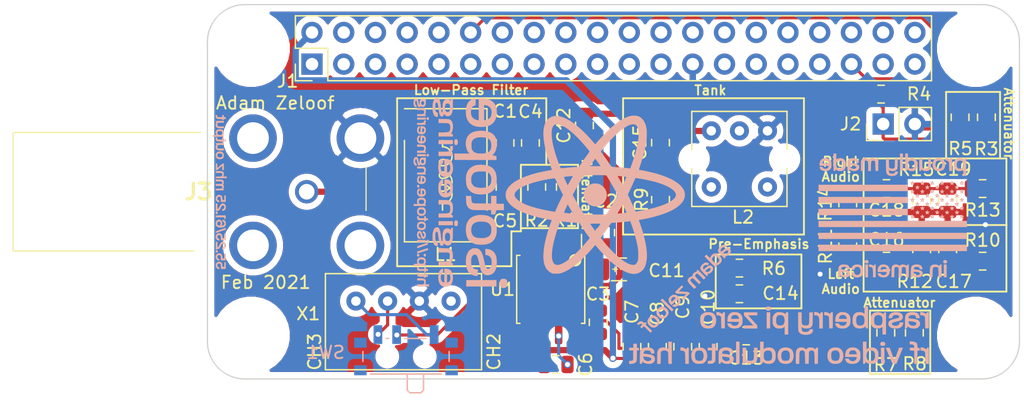
<source format=kicad_pcb>
(kicad_pcb (version 20171130) (host pcbnew "(5.1.9)-1")
  (layers (0 F.Cu signal) (31 B.Cu signal) (34 B.Paste user) (35 F.Paste user) (36 B.SilkS user) (37 F.SilkS user) (38 B.Mask user) (39 F.Mask user) (44 Edge.Cuts user))
  (net 0 "")
  (net 1 RF_OUT)
  (net 2 "Net-(C1-Pad1)")
  (net 3 "Net-(C2-Pad2)")
  (net 4 "Net-(C2-Pad1)")
  (net 5 "Net-(C3-Pad2)")
  (net 6 "Net-(C3-Pad1)")
  (net 7 GND)
  (net 8 VCC)
  (net 9 "Net-(C12-Pad2)")
  (net 10 "Net-(C12-Pad1)")
  (net 11 "Net-(C13-Pad2)")
  (net 12 "Net-(C13-Pad1)")
  (net 13 "Net-(C14-Pad2)")
  (net 14 AUDIO_IN)
  (net 15 VIDEO_IN)
  (net 16 AUDIO_L)
  (net 17 AUDIO_R)
  (net 18 "Net-(J1-Pad40)")
  (net 19 "Net-(J1-Pad38)")
  (net 20 "Net-(J1-Pad37)")
  (net 21 "Net-(J1-Pad36)")
  (net 22 "Net-(J1-Pad34)")
  (net 23 "Net-(J1-Pad33)")
  (net 24 "Net-(J1-Pad32)")
  (net 25 "Net-(J1-Pad31)")
  (net 26 "Net-(J1-Pad30)")
  (net 27 "Net-(J1-Pad29)")
  (net 28 "Net-(J1-Pad28)")
  (net 29 "Net-(J1-Pad27)")
  (net 30 "Net-(J1-Pad26)")
  (net 31 "Net-(J1-Pad24)")
  (net 32 "Net-(J1-Pad23)")
  (net 33 "Net-(J1-Pad22)")
  (net 34 "Net-(J1-Pad21)")
  (net 35 "Net-(J1-Pad20)")
  (net 36 "Net-(J1-Pad19)")
  (net 37 "Net-(J1-Pad18)")
  (net 38 "Net-(J1-Pad17)")
  (net 39 "Net-(J1-Pad16)")
  (net 40 "Net-(J1-Pad15)")
  (net 41 "Net-(J1-Pad14)")
  (net 42 "Net-(J1-Pad13)")
  (net 43 "Net-(J1-Pad11)")
  (net 44 "Net-(J1-Pad10)")
  (net 45 "Net-(J1-Pad9)")
  (net 46 "Net-(J1-Pad8)")
  (net 47 "Net-(J1-Pad7)")
  (net 48 "Net-(J1-Pad6)")
  (net 49 "Net-(J1-Pad5)")
  (net 50 "Net-(J1-Pad4)")
  (net 51 "Net-(J1-Pad3)")
  (net 52 "Net-(J1-Pad39)")
  (net 53 "Net-(C6-Pad2)")
  (net 54 "Net-(C11-Pad1)")
  (net 55 "Net-(C11-Pad2)")
  (net 56 "Net-(C16-Pad2)")
  (net 57 "Net-(C16-Pad1)")
  (net 58 "Net-(C18-Pad1)")
  (net 59 "Net-(C18-Pad2)")
  (net 60 VDD)
  (net 61 "Net-(SW1-Pad3)")
  (net 62 "Net-(SW1-Pad1)")
  (module rf_modulator:modulator_art (layer F.Cu) (at 44.1452 39.9542)
    (fp_text reference G*** hide)
    (fp_text value LOGO hide)
  )
  (module KiCad_More:733300030 (layer F.Cu) (at 20.447 39.497 180)
    (fp_text reference J3 (at 8.648 0) (layer F.SilkS) (effects (font (size 1.27 1.27) (thickness 0.254))))
    (fp_text value "RF OUT" hide)
    (pad 1 thru_hole circle (at 0 0 180) (size 1.875 1.875) (drill 1.25) (layers *.Cu *.Mask) (net 1 RF_OUT))
    (pad 2 thru_hole circle (at -4.3 4.3 180) (size 3.81 3.81) (drill 2.54) (layers *.Cu *.Mask) (net 7 GND))
    (pad 3 thru_hole circle (at 4.3 4.3 180) (size 3.81 3.81) (drill 2.54) (layers *.Cu *.Mask))
    (pad 4 thru_hole circle (at -4.3 -4.3 180) (size 3.81 3.81) (drill 2.54) (layers *.Cu *.Mask))
    (pad 5 thru_hole circle (at 4.3 -4.3 180) (size 3.81 3.81) (drill 2.54) (layers *.Cu *.Mask))
  )
  (module "rf_modulator:Coilcraft Slot 7 Inductor" (layer F.Cu) (at 52.832 39.116)
    (fp_text reference L2 (at 2.54 2.413) (layer F.SilkS))
    (fp_text value LTRIM)
    (pad "" np_thru_hole circle (at 5.87 -2.248 90) (size 1.5 1.5) (drill 1.5) (layers *.Cu *.Mask))
    (pad "" np_thru_hole circle (at -1.37 -2.248 90) (size 1.5 1.5) (drill 1.5) (layers *.Cu *.Mask))
    (pad 2 thru_hole circle (at 4.5 -4.5) (size 1.524 1.524) (drill 0.762) (layers *.Cu *.Mask) (net 7 GND))
    (pad 3 thru_hole circle (at 2.252 -4.5) (size 1.524 1.524) (drill 0.762) (layers *.Cu *.Mask))
    (pad 1 thru_hole circle (at 0 -4.5) (size 1.524 1.524) (drill 0.762) (layers *.Cu *.Mask) (net 9 "Net-(C12-Pad2)"))
    (pad 4 thru_hole circle (at 4.5 0) (size 1.524 1.524) (drill 0.762) (layers *.Cu *.Mask))
    (pad 6 thru_hole circle (at 0 0 90) (size 1.524 1.524) (drill 0.762) (layers *.Cu *.Mask))
  )
  (module Capacitor_SMD:C_0805_2012Metric (layer F.Cu) (at 43.78198 49.9618 270)
    (fp_text reference C3 (at -2.2606 0.01778 180) (layer F.SilkS))
    (fp_text value 1n)
    (pad 2 smd roundrect (at 0.9375 0 270) (size 0.975 1.4) (layers F.Cu F.Paste F.Mask) (net 5 "Net-(C3-Pad2)"))
    (pad 1 smd roundrect (at -0.9375 0 270) (size 0.975 1.4) (layers F.Cu F.Paste F.Mask) (net 6 "Net-(C3-Pad1)"))
  )
  (module rf_modulator:F88SM (layer F.Cu) (at 24.384 48.26)
    (fp_text reference X1 (at -3.81 1.016) (layer F.SilkS))
    (fp_text value F88SM)
    (pad 4 thru_hole circle (at 7.62 0) (size 1.524 1.524) (drill 0.762) (layers *.Cu *.Mask))
    (pad 3 thru_hole circle (at 5.08 0) (size 1.524 1.524) (drill 0.762) (layers *.Cu *.Mask) (net 7 GND))
    (pad 2 thru_hole circle (at 2.54 0) (size 1.524 1.524) (drill 0.762) (layers *.Cu *.Mask) (net 61 "Net-(SW1-Pad3)"))
    (pad 1 thru_hole circle (at 0 0) (size 1.524 1.524) (drill 0.762) (layers *.Cu *.Mask) (net 62 "Net-(SW1-Pad1)"))
  )
  (module Button_Switch_SMD:SW_SPDT_PCM12 (layer B.Cu) (at 28.3972 52.3748 180)
    (fp_text reference SW1 (at 6.4262 0) (layer B.SilkS) (effects (justify mirror)))
    (fp_text value SW_SPDT)
    (pad "" smd rect (at -3.65 0.78 180) (size 1 0.8) (layers B.Cu B.Paste B.Mask))
    (pad "" smd rect (at 3.65 0.78 180) (size 1 0.8) (layers B.Cu B.Paste B.Mask))
    (pad "" smd rect (at 3.65 -1.43 180) (size 1 0.8) (layers B.Cu B.Paste B.Mask))
    (pad "" smd rect (at -3.65 -1.43 180) (size 1 0.8) (layers B.Cu B.Paste B.Mask))
    (pad 3 smd rect (at 2.25 1.43 180) (size 0.7 1.5) (layers B.Cu B.Paste B.Mask) (net 61 "Net-(SW1-Pad3)"))
    (pad 2 smd rect (at 0.75 1.43 180) (size 0.7 1.5) (layers B.Cu B.Paste B.Mask) (net 6 "Net-(C3-Pad1)"))
    (pad 1 smd rect (at -2.25 1.43 180) (size 0.7 1.5) (layers B.Cu B.Paste B.Mask) (net 62 "Net-(SW1-Pad1)"))
    (pad "" np_thru_hole circle (at 1.5 -0.33 180) (size 0.9 0.9) (drill 0.9) (layers *.Cu *.Mask))
    (pad "" np_thru_hole circle (at -1.5 -0.33 180) (size 0.9 0.9) (drill 0.9) (layers *.Cu *.Mask))
  )
  (module Resistor_SMD:R_0805_2012Metric (layer F.Cu) (at 48.768 40.132 270)
    (fp_text reference R9 (at 0 1.524 90) (layer F.SilkS))
    (fp_text value R_US)
    (pad 2 smd roundrect (at 0.9375 0 270) (size 0.975 1.4) (layers F.Cu F.Paste F.Mask) (net 7 GND))
    (pad 1 smd roundrect (at -0.9375 0 270) (size 0.975 1.4) (layers F.Cu F.Paste F.Mask) (net 9 "Net-(C12-Pad2)"))
  )
  (module Capacitor_SMD:C_0805_2012Metric (layer F.Cu) (at 48.768 35.56 90)
    (fp_text reference C15 (at 0 -1.65 90) (layer F.SilkS))
    (fp_text value 68p)
    (pad 2 smd roundrect (at 0.9375 0 90) (size 0.975 1.4) (layers F.Cu F.Paste F.Mask) (net 9 "Net-(C12-Pad2)"))
    (pad 1 smd roundrect (at -0.9375 0 90) (size 0.975 1.4) (layers F.Cu F.Paste F.Mask) (net 7 GND))
  )
  (module Capacitor_SMD:C_0805_2012Metric (layer F.Cu) (at 42.67962 34.18586 90)
    (fp_text reference C12 (at 0 -1.65 90) (layer F.SilkS))
    (fp_text value 1n)
    (pad 2 smd roundrect (at 0.9375 0 90) (size 0.975 1.4) (layers F.Cu F.Paste F.Mask) (net 9 "Net-(C12-Pad2)"))
    (pad 1 smd roundrect (at -0.9375 0 90) (size 0.975 1.4) (layers F.Cu F.Paste F.Mask) (net 10 "Net-(C12-Pad1)"))
  )
  (module Package_SO:SOIC-8_5.23x5.23mm_P1.27mm (layer F.Cu) (at 39.9796 47.3202 270)
    (fp_text reference U1 (at 0 3.8608 180) (layer F.SilkS))
    (fp_text value NJM2519A)
    (pad 8 smd roundrect (at 3.6 -1.905 270) (size 1.6 0.6) (layers F.Cu F.Paste F.Mask) (net 5 "Net-(C3-Pad2)"))
    (pad 7 smd roundrect (at 3.6 -0.635 270) (size 1.6 0.6) (layers F.Cu F.Paste F.Mask) (net 53 "Net-(C6-Pad2)"))
    (pad 6 smd roundrect (at 3.6 0.635 270) (size 1.6 0.6) (layers F.Cu F.Paste F.Mask) (net 8 VCC))
    (pad 5 smd roundrect (at 3.6 1.905 270) (size 1.6 0.6) (layers F.Cu F.Paste F.Mask) (net 11 "Net-(C13-Pad2)"))
    (pad 4 smd roundrect (at -3.6 1.905 270) (size 1.6 0.6) (layers F.Cu F.Paste F.Mask) (net 10 "Net-(C12-Pad1)"))
    (pad 3 smd roundrect (at -3.6 0.635 270) (size 1.6 0.6) (layers F.Cu F.Paste F.Mask) (net 54 "Net-(C11-Pad1)"))
    (pad 2 smd roundrect (at -3.6 -0.635 270) (size 1.6 0.6) (layers F.Cu F.Paste F.Mask) (net 7 GND))
    (pad 1 smd roundrect (at -3.6 -1.905 270) (size 1.6 0.6) (layers F.Cu F.Paste F.Mask) (net 4 "Net-(C2-Pad1)"))
  )
  (module Resistor_SMD:R_0805_2012Metric (layer F.Cu) (at 69.6722 40.1828 270)
    (fp_text reference R15 (at -2.4638 0.4318 180) (layer F.SilkS))
    (fp_text value 150)
    (pad 1 smd roundrect (at -0.9375 0 270) (size 0.975 1.4) (layers F.Cu F.Paste F.Mask) (net 59 "Net-(C18-Pad2)"))
    (pad 2 smd roundrect (at 0.9375 0 270) (size 0.975 1.4) (layers F.Cu F.Paste F.Mask) (net 7 GND))
  )
  (module Resistor_SMD:R_0805_2012Metric (layer F.Cu) (at 74.549 39.243)
    (fp_text reference R13 (at 0 1.7272) (layer F.SilkS))
    (fp_text value 270)
    (pad 1 smd roundrect (at -0.9375 0) (size 0.975 1.4) (layers F.Cu F.Paste F.Mask) (net 59 "Net-(C18-Pad2)"))
    (pad 2 smd roundrect (at 0.9375 0) (size 0.975 1.4) (layers F.Cu F.Paste F.Mask) (net 16 AUDIO_L))
  )
  (module Capacitor_SMD:C_0805_2012Metric (layer F.Cu) (at 71.755 40.1828 270)
    (fp_text reference C19 (at -2.4892 -0.4572) (layer F.SilkS))
    (fp_text value 33n)
    (pad 1 smd roundrect (at -0.9375 0 270) (size 0.975 1.4) (layers F.Cu F.Paste F.Mask) (net 59 "Net-(C18-Pad2)"))
    (pad 2 smd roundrect (at 0.9375 0 270) (size 0.975 1.4) (layers F.Cu F.Paste F.Mask) (net 7 GND))
  )
  (module Capacitor_SMD:C_0805_2012Metric (layer F.Cu) (at 66.8528 39.243)
    (fp_text reference C18 (at 0 1.7272) (layer F.SilkS))
    (fp_text value 10u)
    (pad 1 smd roundrect (at -0.9375 0) (size 0.975 1.4) (layers F.Cu F.Paste F.Mask) (net 58 "Net-(C18-Pad1)"))
    (pad 2 smd roundrect (at 0.9375 0) (size 0.975 1.4) (layers F.Cu F.Paste F.Mask) (net 59 "Net-(C18-Pad2)"))
  )
  (module Resistor_SMD:R_0805_2012Metric (layer F.Cu) (at 72.7456 33.528 270)
    (fp_text reference R5 (at 2.5146 -0.0254 180) (layer F.SilkS))
    (fp_text value 470)
    (pad 2 smd roundrect (at 0.9375 0 270) (size 0.975 1.4) (layers F.Cu F.Paste F.Mask) (net 7 GND))
    (pad 1 smd roundrect (at -0.9375 0 270) (size 0.975 1.4) (layers F.Cu F.Paste F.Mask) (net 55 "Net-(C11-Pad2)"))
  )
  (module Capacitor_SMD:C_0805_2012Metric (layer F.Cu) (at 36.322 35.5854 90)
    (fp_text reference C1 (at 2.54 0 180) (layer F.SilkS))
    (fp_text value 6p)
    (pad 2 smd roundrect (at 0.9375 0 90) (size 0.975 1.4) (layers F.Cu F.Paste F.Mask) (net 1 RF_OUT))
    (pad 1 smd roundrect (at -0.9375 0 90) (size 0.975 1.4) (layers F.Cu F.Paste F.Mask) (net 2 "Net-(C1-Pad1)"))
  )
  (module Resistor_SMD:R_0805_2012Metric (layer F.Cu) (at 63.754 40.4368 90)
    (fp_text reference R14 (at 0 -1.8034 90) (layer F.SilkS))
    (fp_text value 10k)
    (pad 2 smd roundrect (at 0.9375 0 90) (size 0.975 1.4) (layers F.Cu F.Paste F.Mask) (net 58 "Net-(C18-Pad1)"))
    (pad 1 smd roundrect (at -0.9375 0 90) (size 0.975 1.4) (layers F.Cu F.Paste F.Mask) (net 14 AUDIO_IN))
  )
  (module Resistor_SMD:R_0805_2012Metric (layer F.Cu) (at 69.6722 44.1198 90)
    (fp_text reference R12 (at -2.5654 -0.5588 180) (layer F.SilkS))
    (fp_text value 150)
    (pad 2 smd roundrect (at 0.9375 0 90) (size 0.975 1.4) (layers F.Cu F.Paste F.Mask) (net 7 GND))
    (pad 1 smd roundrect (at -0.9375 0 90) (size 0.975 1.4) (layers F.Cu F.Paste F.Mask) (net 56 "Net-(C16-Pad2)"))
  )
  (module Resistor_SMD:R_0805_2012Metric (layer F.Cu) (at 63.754 43.8658 270)
    (fp_text reference R11 (at 0 1.778 90) (layer F.SilkS))
    (fp_text value 10k)
    (pad 2 smd roundrect (at 0.9375 0 270) (size 0.975 1.4) (layers F.Cu F.Paste F.Mask) (net 57 "Net-(C16-Pad1)"))
    (pad 1 smd roundrect (at -0.9375 0 270) (size 0.975 1.4) (layers F.Cu F.Paste F.Mask) (net 14 AUDIO_IN))
  )
  (module Resistor_SMD:R_0805_2012Metric (layer F.Cu) (at 74.549 45.0596)
    (fp_text reference R10 (at 0 -1.6764) (layer F.SilkS))
    (fp_text value 270)
    (pad 2 smd roundrect (at 0.9375 0) (size 0.975 1.4) (layers F.Cu F.Paste F.Mask) (net 17 AUDIO_R))
    (pad 1 smd roundrect (at -0.9375 0) (size 0.975 1.4) (layers F.Cu F.Paste F.Mask) (net 56 "Net-(C16-Pad2)"))
  )
  (module Resistor_SMD:R_0805_2012Metric (layer F.Cu) (at 69.088 50.8 270)
    (fp_text reference R8 (at 2.4892 -0.0254 180) (layer F.SilkS))
    (fp_text value 30K)
    (pad 2 smd roundrect (at 0.9375 0 270) (size 0.975 1.4) (layers F.Cu F.Paste F.Mask) (net 7 GND))
    (pad 1 smd roundrect (at -0.9375 0 270) (size 0.975 1.4) (layers F.Cu F.Paste F.Mask) (net 12 "Net-(C13-Pad1)"))
  )
  (module Resistor_SMD:R_0805_2012Metric (layer F.Cu) (at 66.802 50.8 270)
    (fp_text reference R7 (at 2.5654 0 180) (layer F.SilkS))
    (fp_text value 2K)
    (pad 2 smd roundrect (at 0.9375 0 270) (size 0.975 1.4) (layers F.Cu F.Paste F.Mask) (net 12 "Net-(C13-Pad1)"))
    (pad 1 smd roundrect (at -0.9375 0 270) (size 0.975 1.4) (layers F.Cu F.Paste F.Mask) (net 13 "Net-(C14-Pad2)"))
  )
  (module Resistor_SMD:R_0805_2012Metric (layer F.Cu) (at 55.08498 45.61586 180)
    (fp_text reference R6 (at -2.75336 -0.02794) (layer F.SilkS))
    (fp_text value 220)
    (pad 2 smd roundrect (at 0.9375 0 180) (size 0.975 1.4) (layers F.Cu F.Paste F.Mask) (net 13 "Net-(C14-Pad2)"))
    (pad 1 smd roundrect (at -0.9375 0 180) (size 0.975 1.4) (layers F.Cu F.Paste F.Mask) (net 14 AUDIO_IN))
  )
  (module Resistor_SMD:R_0805_2012Metric (layer F.Cu) (at 66.421 31.6738)
    (fp_text reference R4 (at 3.03784 -0.00762) (layer F.SilkS))
    (fp_text value 75)
    (pad 2 smd roundrect (at 0.9375 0) (size 0.975 1.4) (layers F.Cu F.Paste F.Mask) (net 7 GND))
    (pad 1 smd roundrect (at -0.9375 0) (size 0.975 1.4) (layers F.Cu F.Paste F.Mask) (net 15 VIDEO_IN))
  )
  (module Resistor_SMD:R_0805_2012Metric (layer F.Cu) (at 74.8538 33.528 270)
    (fp_text reference R3 (at 2.54 0 180) (layer F.SilkS))
    (fp_text value 510)
    (pad 2 smd roundrect (at 0.9375 0 270) (size 0.975 1.4) (layers F.Cu F.Paste F.Mask) (net 15 VIDEO_IN))
    (pad 1 smd roundrect (at -0.9375 0 270) (size 0.975 1.4) (layers F.Cu F.Paste F.Mask) (net 55 "Net-(C11-Pad2)"))
  )
  (module Resistor_SMD:R_0805_2012Metric (layer F.Cu) (at 38.862 39.116 270)
    (fp_text reference R2 (at 2.667 0 180) (layer F.SilkS))
    (fp_text value 75)
    (pad 2 smd roundrect (at 0.9375 0 270) (size 0.975 1.4) (layers F.Cu F.Paste F.Mask) (net 7 GND))
    (pad 1 smd roundrect (at -0.9375 0 270) (size 0.975 1.4) (layers F.Cu F.Paste F.Mask) (net 2 "Net-(C1-Pad1)"))
  )
  (module Resistor_SMD:R_0805_2012Metric (layer F.Cu) (at 41.148 39.116 90)
    (fp_text reference R1 (at -2.667 0 180) (layer F.SilkS))
    (fp_text value 470)
    (pad 2 smd roundrect (at 0.9375 0 90) (size 0.975 1.4) (layers F.Cu F.Paste F.Mask) (net 2 "Net-(C1-Pad1)"))
    (pad 1 smd roundrect (at -0.9375 0 90) (size 0.975 1.4) (layers F.Cu F.Paste F.Mask) (net 3 "Net-(C2-Pad2)"))
  )
  (module KiCad-Library-master:Wurth_WE_Inductor_744918213 (layer F.Cu) (at 31.5722 38.1762 270)
    (fp_text reference L1 (at 6.35 0 180) (layer F.SilkS))
    (fp_text value 133n)
    (pad 2 smd roundrect (at 3.98 -1.21 270) (size 2.04 4.7) (layers F.Cu F.Paste F.Mask) (net 2 "Net-(C1-Pad1)"))
    (pad 1 smd roundrect (at -3.98 1.21 270) (size 2.04 4.7) (layers F.Cu F.Paste F.Mask) (net 1 RF_OUT))
  )
  (module Connector_PinHeader_2.54mm:PinHeader_1x02_P2.54mm_Vertical (layer F.Cu) (at 66.58864 34.06842 90)
    (fp_text reference J2 (at 0 -2.60604 180) (layer F.SilkS))
    (fp_text value "Pi Video")
    (pad 2 thru_hole oval (at 0 2.54 90) (size 1.7 1.7) (drill 1) (layers *.Cu *.Mask) (net 7 GND))
    (pad 1 thru_hole rect (at 0 0 90) (size 1.7 1.7) (drill 1) (layers *.Cu *.Mask) (net 15 VIDEO_IN))
  )
  (module Capacitor_SMD:C_0805_2012Metric (layer F.Cu) (at 71.755 44.1198 90)
    (fp_text reference C17 (at -2.5654 0.4826) (layer F.SilkS))
    (fp_text value 33n)
    (pad 2 smd roundrect (at 0.9375 0 90) (size 0.975 1.4) (layers F.Cu F.Paste F.Mask) (net 7 GND))
    (pad 1 smd roundrect (at -0.9375 0 90) (size 0.975 1.4) (layers F.Cu F.Paste F.Mask) (net 56 "Net-(C16-Pad2)"))
  )
  (module Capacitor_SMD:C_0805_2012Metric (layer F.Cu) (at 66.8528 45.0596)
    (fp_text reference C16 (at 0 -1.7272) (layer F.SilkS))
    (fp_text value 10u)
    (pad 2 smd roundrect (at 0.9375 0) (size 0.975 1.4) (layers F.Cu F.Paste F.Mask) (net 56 "Net-(C16-Pad2)"))
    (pad 1 smd roundrect (at -0.9375 0) (size 0.975 1.4) (layers F.Cu F.Paste F.Mask) (net 57 "Net-(C16-Pad1)"))
  )
  (module Capacitor_SMD:C_0805_2012Metric (layer F.Cu) (at 55.08244 47.6758 180)
    (fp_text reference C14 (at -3.2893 0.03556) (layer F.SilkS))
    (fp_text value 360p)
    (pad 2 smd roundrect (at 0.9375 0 180) (size 0.975 1.4) (layers F.Cu F.Paste F.Mask) (net 13 "Net-(C14-Pad2)"))
    (pad 1 smd roundrect (at -0.9375 0 180) (size 0.975 1.4) (layers F.Cu F.Paste F.Mask) (net 14 AUDIO_IN))
  )
  (module Capacitor_SMD:C_0805_2012Metric (layer F.Cu) (at 55.626 51.054 180)
    (fp_text reference C13 (at 0 -1.778) (layer F.SilkS))
    (fp_text value 0.1u)
    (pad 2 smd roundrect (at 0.9375 0 180) (size 0.975 1.4) (layers F.Cu F.Paste F.Mask) (net 11 "Net-(C13-Pad2)"))
    (pad 1 smd roundrect (at -0.9375 0 180) (size 0.975 1.4) (layers F.Cu F.Paste F.Mask) (net 12 "Net-(C13-Pad1)"))
  )
  (module Capacitor_SMD:C_1206_3216Metric (layer F.Cu) (at 45.4406 45.72)
    (fp_text reference C11 (at 3.81 0.1016) (layer F.SilkS))
    (fp_text value 1u)
    (pad 1 smd roundrect (at -1.4 0) (size 1.25 1.75) (layers F.Cu F.Paste F.Mask) (roundrect_rratio 0.2) (net 54 "Net-(C11-Pad1)"))
    (pad 2 smd roundrect (at 1.4 0) (size 1.25 1.75) (layers F.Cu F.Paste F.Mask) (roundrect_rratio 0.2) (net 55 "Net-(C11-Pad2)"))
  )
  (module Capacitor_SMD:C_0805_2012Metric (layer F.Cu) (at 52.578 51.9176 270)
    (fp_text reference C10 (at -3.175 0 90) (layer F.SilkS))
    (fp_text value 1u)
    (pad 2 smd roundrect (at 0.9375 0 270) (size 0.975 1.4) (layers F.Cu F.Paste F.Mask) (net 8 VCC))
    (pad 1 smd roundrect (at -0.9375 0 270) (size 0.975 1.4) (layers F.Cu F.Paste F.Mask) (net 7 GND))
  )
  (module Capacitor_SMD:C_0805_2012Metric (layer F.Cu) (at 50.546 51.9176 270)
    (fp_text reference C9 (at -3.175 0 270) (layer F.SilkS))
    (fp_text value 1u)
    (pad 2 smd roundrect (at 0.9375 0 270) (size 0.975 1.4) (layers F.Cu F.Paste F.Mask) (net 8 VCC))
    (pad 1 smd roundrect (at -0.9375 0 270) (size 0.975 1.4) (layers F.Cu F.Paste F.Mask) (net 7 GND))
  )
  (module Capacitor_SMD:C_0805_2012Metric (layer F.Cu) (at 48.514 51.9176 270)
    (fp_text reference C8 (at -2.667 0 270) (layer F.SilkS))
    (fp_text value 0.1u)
    (pad 2 smd roundrect (at 0.9375 0 270) (size 0.975 1.4) (layers F.Cu F.Paste F.Mask) (net 8 VCC))
    (pad 1 smd roundrect (at -0.9375 0 270) (size 0.975 1.4) (layers F.Cu F.Paste F.Mask) (net 7 GND))
  )
  (module Capacitor_SMD:C_0805_2012Metric (layer F.Cu) (at 46.482 51.9176 270)
    (fp_text reference C7 (at -2.794 0 90) (layer F.SilkS))
    (fp_text value 0.1u)
    (pad 2 smd roundrect (at 0.9375 0 270) (size 0.975 1.4) (layers F.Cu F.Paste F.Mask) (net 8 VCC))
    (pad 1 smd roundrect (at -0.9375 0 270) (size 0.975 1.4) (layers F.Cu F.Paste F.Mask) (net 7 GND))
  )
  (module Capacitor_SMD:C_0805_2012Metric (layer F.Cu) (at 40.386 53.34)
    (fp_text reference C6 (at 2.3876 0 270) (layer F.SilkS))
    (fp_text value 0.1u)
    (pad 2 smd roundrect (at 0.9375 0) (size 0.975 1.4) (layers F.Cu F.Paste F.Mask) (net 53 "Net-(C6-Pad2)"))
    (pad 1 smd roundrect (at -0.9375 0) (size 0.975 1.4) (layers F.Cu F.Paste F.Mask) (net 7 GND))
  )
  (module Capacitor_SMD:C_0805_2012Metric (layer F.Cu) (at 36.322 39.116 270)
    (fp_text reference C5 (at 2.7155 0 180) (layer F.SilkS))
    (fp_text value 24p)
    (pad 2 smd roundrect (at 0.9375 0 270) (size 0.975 1.4) (layers F.Cu F.Paste F.Mask) (net 7 GND))
    (pad 1 smd roundrect (at -0.9375 0 270) (size 0.975 1.4) (layers F.Cu F.Paste F.Mask) (net 2 "Net-(C1-Pad1)"))
  )
  (module Capacitor_SMD:C_0805_2012Metric (layer F.Cu) (at 38.354 35.5854 270)
    (fp_text reference C4 (at -2.5146 0 180) (layer F.SilkS))
    (fp_text value 24p)
    (pad 2 smd roundrect (at 0.9375 0 270) (size 0.975 1.4) (layers F.Cu F.Paste F.Mask) (net 7 GND))
    (pad 1 smd roundrect (at -0.9375 0 270) (size 0.975 1.4) (layers F.Cu F.Paste F.Mask) (net 1 RF_OUT))
  )
  (module Capacitor_SMD:C_0805_2012Metric (layer F.Cu) (at 44.3738 42.7736 90)
    (fp_text reference C2 (at 2.5146 0 180) (layer F.SilkS))
    (fp_text value 100p)
    (pad 2 smd roundrect (at 0.9375 0 90) (size 0.975 1.4) (layers F.Cu F.Paste F.Mask) (net 3 "Net-(C2-Pad2)"))
    (pad 1 smd roundrect (at -0.9375 0 90) (size 0.975 1.4) (layers F.Cu F.Paste F.Mask) (net 4 "Net-(C2-Pad1)"))
  )
  (module Connector_PinHeader_2.54mm:PinHeader_2x20_P2.54mm_Vertical (layer F.Cu) (at 20.87 29.27 90)
    (fp_text reference J1 (at -1.3624 -1.947 180) (layer F.SilkS))
    (fp_text value RPi_GPIO)
    (pad 40 thru_hole oval (at 2.54 48.26 90) (size 1.7 1.7) (drill 1) (layers *.Cu *.Mask) (net 18 "Net-(J1-Pad40)"))
    (pad 39 thru_hole oval (at 0 48.26 90) (size 1.7 1.7) (drill 1) (layers *.Cu *.Mask) (net 52 "Net-(J1-Pad39)"))
    (pad 38 thru_hole oval (at 2.54 45.72 90) (size 1.7 1.7) (drill 1) (layers *.Cu *.Mask) (net 19 "Net-(J1-Pad38)"))
    (pad 37 thru_hole oval (at 0 45.72 90) (size 1.7 1.7) (drill 1) (layers *.Cu *.Mask) (net 20 "Net-(J1-Pad37)"))
    (pad 36 thru_hole oval (at 2.54 43.18 90) (size 1.7 1.7) (drill 1) (layers *.Cu *.Mask) (net 21 "Net-(J1-Pad36)"))
    (pad 35 thru_hole oval (at 0 43.18 90) (size 1.7 1.7) (drill 1) (layers *.Cu *.Mask) (net 16 AUDIO_L))
    (pad 34 thru_hole oval (at 2.54 40.64 90) (size 1.7 1.7) (drill 1) (layers *.Cu *.Mask) (net 22 "Net-(J1-Pad34)"))
    (pad 33 thru_hole oval (at 0 40.64 90) (size 1.7 1.7) (drill 1) (layers *.Cu *.Mask) (net 23 "Net-(J1-Pad33)"))
    (pad 32 thru_hole oval (at 2.54 38.1 90) (size 1.7 1.7) (drill 1) (layers *.Cu *.Mask) (net 24 "Net-(J1-Pad32)"))
    (pad 31 thru_hole oval (at 0 38.1 90) (size 1.7 1.7) (drill 1) (layers *.Cu *.Mask) (net 25 "Net-(J1-Pad31)"))
    (pad 30 thru_hole oval (at 2.54 35.56 90) (size 1.7 1.7) (drill 1) (layers *.Cu *.Mask) (net 26 "Net-(J1-Pad30)"))
    (pad 29 thru_hole oval (at 0 35.56 90) (size 1.7 1.7) (drill 1) (layers *.Cu *.Mask) (net 27 "Net-(J1-Pad29)"))
    (pad 28 thru_hole oval (at 2.54 33.02 90) (size 1.7 1.7) (drill 1) (layers *.Cu *.Mask) (net 28 "Net-(J1-Pad28)"))
    (pad 27 thru_hole oval (at 0 33.02 90) (size 1.7 1.7) (drill 1) (layers *.Cu *.Mask) (net 29 "Net-(J1-Pad27)"))
    (pad 26 thru_hole oval (at 2.54 30.48 90) (size 1.7 1.7) (drill 1) (layers *.Cu *.Mask) (net 30 "Net-(J1-Pad26)"))
    (pad 25 thru_hole oval (at 0 30.48 90) (size 1.7 1.7) (drill 1) (layers *.Cu *.Mask) (net 7 GND))
    (pad 24 thru_hole oval (at 2.54 27.94 90) (size 1.7 1.7) (drill 1) (layers *.Cu *.Mask) (net 31 "Net-(J1-Pad24)"))
    (pad 23 thru_hole oval (at 0 27.94 90) (size 1.7 1.7) (drill 1) (layers *.Cu *.Mask) (net 32 "Net-(J1-Pad23)"))
    (pad 22 thru_hole oval (at 2.54 25.4 90) (size 1.7 1.7) (drill 1) (layers *.Cu *.Mask) (net 33 "Net-(J1-Pad22)"))
    (pad 21 thru_hole oval (at 0 25.4 90) (size 1.7 1.7) (drill 1) (layers *.Cu *.Mask) (net 34 "Net-(J1-Pad21)"))
    (pad 20 thru_hole oval (at 2.54 22.86 90) (size 1.7 1.7) (drill 1) (layers *.Cu *.Mask) (net 35 "Net-(J1-Pad20)"))
    (pad 19 thru_hole oval (at 0 22.86 90) (size 1.7 1.7) (drill 1) (layers *.Cu *.Mask) (net 36 "Net-(J1-Pad19)"))
    (pad 18 thru_hole oval (at 2.54 20.32 90) (size 1.7 1.7) (drill 1) (layers *.Cu *.Mask) (net 37 "Net-(J1-Pad18)"))
    (pad 17 thru_hole oval (at 0 20.32 90) (size 1.7 1.7) (drill 1) (layers *.Cu *.Mask) (net 38 "Net-(J1-Pad17)"))
    (pad 16 thru_hole oval (at 2.54 17.78 90) (size 1.7 1.7) (drill 1) (layers *.Cu *.Mask) (net 39 "Net-(J1-Pad16)"))
    (pad 15 thru_hole oval (at 0 17.78 90) (size 1.7 1.7) (drill 1) (layers *.Cu *.Mask) (net 40 "Net-(J1-Pad15)"))
    (pad 14 thru_hole oval (at 2.54 15.24 90) (size 1.7 1.7) (drill 1) (layers *.Cu *.Mask) (net 41 "Net-(J1-Pad14)"))
    (pad 13 thru_hole oval (at 0 15.24 90) (size 1.7 1.7) (drill 1) (layers *.Cu *.Mask) (net 42 "Net-(J1-Pad13)"))
    (pad 12 thru_hole oval (at 2.54 12.7 90) (size 1.7 1.7) (drill 1) (layers *.Cu *.Mask) (net 17 AUDIO_R))
    (pad 11 thru_hole oval (at 0 12.7 90) (size 1.7 1.7) (drill 1) (layers *.Cu *.Mask) (net 43 "Net-(J1-Pad11)"))
    (pad 10 thru_hole oval (at 2.54 10.16 90) (size 1.7 1.7) (drill 1) (layers *.Cu *.Mask) (net 44 "Net-(J1-Pad10)"))
    (pad 9 thru_hole oval (at 0 10.16 90) (size 1.7 1.7) (drill 1) (layers *.Cu *.Mask) (net 45 "Net-(J1-Pad9)"))
    (pad 8 thru_hole oval (at 2.54 7.62 90) (size 1.7 1.7) (drill 1) (layers *.Cu *.Mask) (net 46 "Net-(J1-Pad8)"))
    (pad 7 thru_hole oval (at 0 7.62 90) (size 1.7 1.7) (drill 1) (layers *.Cu *.Mask) (net 47 "Net-(J1-Pad7)"))
    (pad 6 thru_hole oval (at 2.54 5.08 90) (size 1.7 1.7) (drill 1) (layers *.Cu *.Mask) (net 48 "Net-(J1-Pad6)"))
    (pad 5 thru_hole oval (at 0 5.08 90) (size 1.7 1.7) (drill 1) (layers *.Cu *.Mask) (net 49 "Net-(J1-Pad5)"))
    (pad 4 thru_hole oval (at 2.54 2.54 90) (size 1.7 1.7) (drill 1) (layers *.Cu *.Mask) (net 50 "Net-(J1-Pad4)"))
    (pad 3 thru_hole oval (at 0 2.54 90) (size 1.7 1.7) (drill 1) (layers *.Cu *.Mask) (net 51 "Net-(J1-Pad3)"))
    (pad 2 thru_hole oval (at 2.54 0 90) (size 1.7 1.7) (drill 1) (layers *.Cu *.Mask) (net 8 VCC))
    (pad 1 thru_hole rect (at 0 0 90) (size 1.7 1.7) (drill 1) (layers *.Cu *.Mask) (net 60 VDD))
  )
  (module RPi_Hat:RPi_Hat_Mounting_Hole (layer F.Cu) (at 16 51)
    (fp_text reference "" hide)
    (fp_text value "" hide)
    (pad "" np_thru_hole circle (at 0 0) (size 2.75 2.75) (drill 2.75) (layers *.Cu *.Mask) (clearance 1.725))
  )
  (module RPi_Hat:RPi_Hat_Mounting_Hole (layer F.Cu) (at 74 28)
    (fp_text reference "" hide)
    (fp_text value "" hide)
    (pad "" np_thru_hole circle (at 0 0) (size 2.75 2.75) (drill 2.75) (layers *.Cu *.Mask) (clearance 1.725))
  )
  (module RPi_Hat:RPi_Hat_Mounting_Hole (layer F.Cu) (at 74 51)
    (fp_text reference "" hide)
    (fp_text value "" hide)
    (pad "" np_thru_hole circle (at 0 0) (size 2.75 2.75) (drill 2.75) (layers *.Cu *.Mask) (clearance 1.725))
  )
  (module RPi_Hat:RPi_Hat_Mounting_Hole (layer F.Cu) (at 16 28)
    (fp_text reference "" hide)
    (fp_text value "" hide)
    (pad "" np_thru_hole circle (at 0 0) (size 2.75 2.75) (drill 2.75) (layers *.Cu *.Mask) (clearance 1.725))
  )
  (gr_text +- (at 45.4406 45.6692) (layer F.SilkS) (effects (font (size 0.5 0.5) (thickness 0.1))))
  (gr_circle (center 41.9354 44.9834) (end 41.9354 44.9834) (layer F.SilkS) (width 0.5))
  (gr_text "Feb 2021" (at 17.1704 46.7614) (layer F.SilkS) (effects (font (size 1 1))))
  (gr_text "Adam Zeloof" (at 17.9324 32.385) (layer F.SilkS) (effects (font (size 1 1))))
  (gr_line (start 75.946 31.496) (end 75.946 36.83) (layer F.SilkS) (width 0.15))
  (gr_line (start 71.628 31.496) (end 75.946 31.496) (layer F.SilkS) (width 0.15))
  (gr_line (start 71.628 36.83) (end 71.628 31.496) (layer F.SilkS) (width 0.15))
  (gr_text Attenuator (at 76.6572 34.036 270) (layer F.SilkS) (effects (font (size 0.75 0.75))))
  (gr_text Attenuator (at 67.8942 48.387) (layer F.SilkS) (effects (font (size 0.75 0.75))))
  (gr_line (start 70.358 49.022) (end 65.532 49.022) (layer F.SilkS) (width 0.15))
  (gr_line (start 70.358 54.102) (end 70.358 49.022) (layer F.SilkS) (width 0.15))
  (gr_line (start 65.532 54.102) (end 70.358 54.102) (layer F.SilkS) (width 0.15))
  (gr_line (start 65.532 49.022) (end 65.532 54.102) (layer F.SilkS) (width 0.15))
  (gr_line (start 65.024 36.83) (end 65.024 42.164) (layer F.SilkS) (width 0.15))
  (gr_text "Left\nAudio" (at 63.1952 46.6852) (layer F.SilkS) (effects (font (size 0.75 0.75))))
  (gr_text "Right\nAudio" (at 63.1952 37.6936) (layer F.SilkS) (effects (font (size 0.75 0.75))))
  (gr_text Pre-Emphasis (at 56.642 43.688) (layer F.SilkS) (effects (font (size 0.75 0.75))))
  (gr_line (start 60.0456 44.5262) (end 53.1876 44.5262) (layer F.SilkS) (width 0.15))
  (gr_line (start 60.0456 48.8442) (end 60.0456 44.5262) (layer F.SilkS) (width 0.15))
  (gr_line (start 53.1876 48.8442) (end 60.0456 48.8442) (layer F.SilkS) (width 0.15))
  (gr_line (start 53.1876 44.5262) (end 53.1876 48.8442) (layer F.SilkS) (width 0.15))
  (gr_line (start 76.454 37.084) (end 76.454 36.83) (layer F.SilkS) (width 0.15))
  (gr_line (start 76.2 36.83) (end 76.454 36.83) (layer F.SilkS) (width 0.15))
  (gr_line (start 76.454 47.498) (end 76.454 42.164) (layer F.SilkS) (width 0.15))
  (gr_line (start 65.024 47.498) (end 76.454 47.498) (layer F.SilkS) (width 0.15))
  (gr_line (start 65.024 42.164) (end 65.024 47.498) (layer F.SilkS) (width 0.15))
  (gr_line (start 76.454 42.164) (end 65.024 42.164) (layer F.SilkS) (width 0.15))
  (gr_line (start 76.454 37.084) (end 76.454 42.164) (layer F.SilkS) (width 0.15))
  (gr_line (start 65.024 36.83) (end 76.2 36.83) (layer F.SilkS) (width 0.15))
  (gr_text Attenuator (at 42.8498 39.8272 270) (layer F.SilkS) (effects (font (size 0.75 0.75))))
  (gr_text Tank (at 52.7558 31.369) (layer F.SilkS) (effects (font (size 0.75 0.75))))
  (gr_line (start 45.7708 42.926) (end 45.7708 32.004) (layer F.SilkS) (width 0.15))
  (gr_line (start 60.2488 42.926) (end 45.7708 42.926) (layer F.SilkS) (width 0.15))
  (gr_line (start 60.2488 32.004) (end 60.2488 42.926) (layer F.SilkS) (width 0.15))
  (gr_line (start 45.7708 32.004) (end 60.2488 32.004) (layer F.SilkS) (width 0.15))
  (gr_text CH2 (at 35.433 52.324 90) (layer F.SilkS) (effects (font (size 1 1))))
  (gr_text CH3 (at 21.082 52.324 90) (layer F.SilkS) (effects (font (size 1 1))))
  (gr_text "Low-Pass Filter" (at 33.6042 31.3436) (layer F.SilkS) (effects (font (size 0.75 0.75))))
  (gr_line (start 42.164 42.418) (end 37.592 42.418) (layer F.SilkS) (width 0.15))
  (gr_line (start 42.164 37.338) (end 42.164 42.418) (layer F.SilkS) (width 0.15))
  (gr_line (start 39.624 37.338) (end 42.164 37.338) (layer F.SilkS) (width 0.15))
  (gr_line (start 27.686 32.004) (end 27.686 32.258) (layer F.SilkS) (width 0.15))
  (gr_line (start 39.624 32.004) (end 27.686 32.004) (layer F.SilkS) (width 0.15))
  (gr_line (start 39.624 37.338) (end 39.624 32.004) (layer F.SilkS) (width 0.15))
  (gr_line (start 37.592 37.338) (end 39.624 37.338) (layer F.SilkS) (width 0.15))
  (gr_line (start 37.592 42.672) (end 37.592 37.338) (layer F.SilkS) (width 0.15))
  (gr_line (start 36.83 42.672) (end 37.592 42.672) (layer F.SilkS) (width 0.15))
  (gr_line (start 36.83 45.466) (end 36.83 42.672) (layer F.SilkS) (width 0.15))
  (gr_line (start 27.686 45.466) (end 36.83 45.466) (layer F.SilkS) (width 0.15))
  (gr_line (start 27.686 32.258) (end 27.686 45.466) (layer F.SilkS) (width 0.15))
  (gr_arc (start 15.5 27.5) (end 12.5 27.5) (angle 90) (layer Edge.Cuts) (width 0.1))
  (gr_line (start 15.5 24.5) (end 74.5 24.5) (angle 90) (layer Edge.Cuts) (width 0.1))
  (gr_arc (start 74.5 27.5) (end 74.5 24.5) (angle 90) (layer Edge.Cuts) (width 0.1))
  (gr_arc (start 74.5 51.5) (end 77.5 51.5) (angle 90) (layer Edge.Cuts) (width 0.1))
  (gr_arc (start 15.5 51.5) (end 15.5 54.5) (angle 90) (layer Edge.Cuts) (width 0.1))
  (gr_line (start 12.5 27.5) (end 12.5 51.5) (layer Edge.Cuts) (width 0.1))
  (gr_line (start 15.5 54.5) (end 74.5 54.5) (angle 90) (layer Edge.Cuts) (width 0.1))
  (gr_line (start 77.5 27.5) (end 77.5 51.5) (angle 90) (layer Edge.Cuts) (width 0.1))
  (segment (start 38.354 34.6479) (end 36.322 34.6479) (width 0.5) (layer F.Cu) (net 1))
  (segment (start 30.8139 34.6479) (end 30.3622 34.1962) (width 0.5) (layer F.Cu) (net 1))
  (segment (start 36.322 34.6479) (end 30.8139 34.6479) (width 0.5) (layer F.Cu) (net 1))
  (segment (start 25.0614 39.497) (end 20.447 39.497) (width 0.5) (layer F.Cu) (net 1))
  (segment (start 30.3622 34.1962) (end 25.0614 39.497) (width 0.5) (layer F.Cu) (net 1))
  (segment (start 41.148 38.1785) (end 38.862 38.1785) (width 0.5) (layer F.Cu) (net 2))
  (segment (start 38.862 38.1785) (end 36.322 38.1785) (width 0.5) (layer F.Cu) (net 2))
  (segment (start 36.322 38.1785) (end 36.322 36.5229) (width 0.5) (layer F.Cu) (net 2))
  (segment (start 35.765763 38.734737) (end 36.322 38.1785) (width 0.5) (layer F.Cu) (net 2))
  (segment (start 33.87291 40.62759) (end 35.765763 38.734737) (width 0.5) (layer F.Cu) (net 2))
  (segment (start 33.87291 41.06549) (end 33.87291 40.62759) (width 0.5) (layer F.Cu) (net 2))
  (segment (start 32.7822 42.1562) (end 33.87291 41.06549) (width 0.5) (layer F.Cu) (net 2))
  (segment (start 42.9306 41.8361) (end 41.148 40.0535) (width 0.5) (layer F.Cu) (net 3))
  (segment (start 44.3738 41.8361) (end 42.9306 41.8361) (width 0.5) (layer F.Cu) (net 3))
  (segment (start 44.3647 43.7202) (end 44.3738 43.7111) (width 0.5) (layer F.Cu) (net 4))
  (segment (start 41.8846 43.7202) (end 44.3647 43.7202) (width 0.5) (layer F.Cu) (net 4))
  (segment (start 41.9055 50.8993) (end 41.8846 50.9202) (width 0.25) (layer F.Cu) (net 5))
  (segment (start 43.9465 50.9202) (end 43.9674 50.8993) (width 0.5) (layer F.Cu) (net 5))
  (segment (start 41.8846 50.9202) (end 43.9465 50.9202) (width 0.5) (layer F.Cu) (net 5))
  (via (at 27.6606 50.9778) (size 0.6) (drill 0.4) (layers F.Cu B.Cu) (net 6))
  (segment (start 28.084864 50.9778) (end 27.6606 50.9778) (width 0.25) (layer F.Cu) (net 6))
  (segment (start 30.894962 50.9778) (end 28.084864 50.9778) (width 0.25) (layer F.Cu) (net 6))
  (segment (start 33.404699 48.468063) (end 30.894962 50.9778) (width 0.25) (layer F.Cu) (net 6))
  (segment (start 43.225743 48.468063) (end 33.404699 48.468063) (width 0.25) (layer F.Cu) (net 6))
  (segment (start 43.78198 49.0243) (end 43.225743 48.468063) (width 0.25) (layer F.Cu) (net 6))
  (via (at 61.5442 46.101) (size 0.6) (drill 0.4) (layers F.Cu B.Cu) (net 7))
  (via (at 74.7776 42.1386) (size 0.6) (drill 0.4) (layers F.Cu B.Cu) (net 7))
  (segment (start 69.12864 32.866339) (end 69.12864 34.06842) (width 0.25) (layer F.Cu) (net 7))
  (segment (start 68.492338 32.230037) (end 69.12864 32.866339) (width 0.25) (layer F.Cu) (net 7))
  (segment (start 67.3585 31.6738) (end 67.914737 32.230037) (width 0.25) (layer F.Cu) (net 7))
  (segment (start 67.914737 32.230037) (end 68.492338 32.230037) (width 0.25) (layer F.Cu) (net 7))
  (segment (start 69.52572 34.4655) (end 69.12864 34.06842) (width 0.25) (layer F.Cu) (net 7))
  (segment (start 72.7456 34.4655) (end 69.52572 34.4655) (width 0.25) (layer F.Cu) (net 7))
  (via (at 52.324 47.8536) (size 0.6) (drill 0.4) (layers F.Cu B.Cu) (net 7))
  (via (at 44.958 52.832) (size 0.6) (drill 0.4) (layers F.Cu B.Cu) (net 8))
  (segment (start 52.578 52.8551) (end 50.546 52.8551) (width 0.25) (layer F.Cu) (net 8))
  (segment (start 50.546 52.8551) (end 48.514 52.8551) (width 0.25) (layer F.Cu) (net 8))
  (segment (start 48.514 52.8551) (end 46.482 52.8551) (width 0.25) (layer F.Cu) (net 8))
  (segment (start 46.4589 52.832) (end 46.482 52.8551) (width 0.5) (layer F.Cu) (net 8))
  (segment (start 44.9811 52.8551) (end 44.958 52.832) (width 0.25) (layer F.Cu) (net 8))
  (segment (start 46.482 52.8551) (end 44.9811 52.8551) (width 0.25) (layer F.Cu) (net 8))
  (segment (start 39.3446 50.9202) (end 39.3446 51.5112) (width 0.25) (layer F.Cu) (net 8))
  (segment (start 20.020001 27.579999) (end 20.87 26.73) (width 0.5) (layer B.Cu) (net 8))
  (segment (start 19.569999 28.030001) (end 20.020001 27.579999) (width 0.5) (layer B.Cu) (net 8))
  (segment (start 19.569999 30.480001) (end 19.569999 28.030001) (width 0.5) (layer B.Cu) (net 8))
  (segment (start 19.659999 30.570001) (end 19.569999 30.480001) (width 0.5) (layer B.Cu) (net 8))
  (segment (start 44.958 34.29) (end 41.238001 30.570001) (width 0.5) (layer B.Cu) (net 8))
  (segment (start 41.238001 30.570001) (end 19.659999 30.570001) (width 0.5) (layer B.Cu) (net 8))
  (segment (start 39.81439 52.18999) (end 44.31599 52.18999) (width 0.5) (layer F.Cu) (net 8))
  (segment (start 44.31599 52.18999) (end 44.958 52.832) (width 0.5) (layer F.Cu) (net 8))
  (segment (start 39.3446 51.7202) (end 39.81439 52.18999) (width 0.5) (layer F.Cu) (net 8))
  (segment (start 39.3446 50.9202) (end 39.3446 51.7202) (width 0.5) (layer F.Cu) (net 8))
  (segment (start 44.958 52.832) (end 44.958 34.29) (width 0.5) (layer B.Cu) (net 8))
  (segment (start 47.39386 33.24836) (end 48.768 34.6225) (width 0.5) (layer F.Cu) (net 9))
  (segment (start 42.67962 33.24836) (end 47.39386 33.24836) (width 0.5) (layer F.Cu) (net 9))
  (segment (start 53.0795 34.6225) (end 53.086 34.616) (width 0.5) (layer F.Cu) (net 9))
  (segment (start 48.768 34.6225) (end 53.0795 34.6225) (width 0.5) (layer F.Cu) (net 9))
  (segment (start 48.211763 38.638263) (end 48.768 39.1945) (width 0.5) (layer F.Cu) (net 9))
  (segment (start 47.244 37.6705) (end 48.211763 38.638263) (width 0.5) (layer F.Cu) (net 9))
  (segment (start 47.244 36.1465) (end 47.244 37.6705) (width 0.5) (layer F.Cu) (net 9))
  (segment (start 48.768 34.6225) (end 47.244 36.1465) (width 0.5) (layer F.Cu) (net 9))
  (segment (start 38.0746 44.6202) (end 38.0746 43.7202) (width 0.5) (layer F.Cu) (net 10))
  (segment (start 40.49941 47.04501) (end 38.0746 44.6202) (width 0.5) (layer F.Cu) (net 10))
  (segment (start 44.705556 47.04501) (end 40.49941 47.04501) (width 0.5) (layer F.Cu) (net 10))
  (segment (start 45.52381 46.226756) (end 44.705556 47.04501) (width 0.5) (layer F.Cu) (net 10))
  (segment (start 45.52381 37.92691) (end 45.52381 46.226756) (width 0.5) (layer F.Cu) (net 10))
  (segment (start 42.672 35.0751) (end 45.52381 37.92691) (width 0.5) (layer F.Cu) (net 10))
  (segment (start 54.6885 51.054) (end 53.69991 52.04259) (width 0.25) (layer F.Cu) (net 11))
  (segment (start 53.69991 52.04259) (end 45.43859 52.04259) (width 0.25) (layer F.Cu) (net 11))
  (segment (start 45.43859 52.04259) (end 45.43597 52.04521) (width 0.25) (layer F.Cu) (net 11))
  (segment (start 38.0746 50.0202) (end 38.0746 50.9202) (width 0.25) (layer F.Cu) (net 11))
  (segment (start 38.29961 49.79519) (end 38.0746 50.0202) (width 0.25) (layer F.Cu) (net 11))
  (segment (start 43.23394 49.79519) (end 38.29961 49.79519) (width 0.25) (layer F.Cu) (net 11))
  (segment (start 44.40926 49.83681) (end 43.27556 49.83681) (width 0.25) (layer F.Cu) (net 11))
  (segment (start 43.27556 49.83681) (end 43.23394 49.79519) (width 0.25) (layer F.Cu) (net 11))
  (segment (start 45.43859 50.86614) (end 44.40926 49.83681) (width 0.25) (layer F.Cu) (net 11))
  (segment (start 45.43859 52.04259) (end 45.43859 50.86614) (width 0.25) (layer F.Cu) (net 11))
  (segment (start 67.213 51.7375) (end 66.802 51.7375) (width 0.25) (layer F.Cu) (net 12))
  (segment (start 69.088 49.8625) (end 67.213 51.7375) (width 0.25) (layer F.Cu) (net 12))
  (segment (start 57.247 51.7375) (end 56.5635 51.054) (width 0.25) (layer F.Cu) (net 12))
  (segment (start 66.802 51.7375) (end 57.247 51.7375) (width 0.25) (layer F.Cu) (net 12))
  (segment (start 54.14748 47.67326) (end 54.14494 47.6758) (width 0.25) (layer F.Cu) (net 13))
  (segment (start 54.14748 45.61586) (end 54.14748 47.67326) (width 0.25) (layer F.Cu) (net 13))
  (segment (start 56.33164 49.8625) (end 66.802 49.8625) (width 0.25) (layer F.Cu) (net 13))
  (segment (start 54.14494 47.6758) (end 56.33164 49.8625) (width 0.25) (layer F.Cu) (net 13))
  (segment (start 56.01994 45.6184) (end 56.02248 45.61586) (width 0.25) (layer F.Cu) (net 14))
  (segment (start 56.01994 47.6758) (end 56.01994 45.6184) (width 0.25) (layer F.Cu) (net 14))
  (segment (start 56.02248 45.61586) (end 59.05754 45.61586) (width 0.25) (layer F.Cu) (net 14))
  (segment (start 63.754 42.9283) (end 63.754 41.3743) (width 0.25) (layer F.Cu) (net 14))
  (segment (start 60.26644 45.61586) (end 59.05754 45.61586) (width 0.25) (layer F.Cu) (net 14))
  (segment (start 62.954 42.9283) (end 60.26644 45.61586) (width 0.25) (layer F.Cu) (net 14))
  (segment (start 63.754 42.9283) (end 62.954 42.9283) (width 0.25) (layer F.Cu) (net 14))
  (segment (start 66.58864 32.77894) (end 66.58864 34.06842) (width 0.25) (layer F.Cu) (net 15))
  (segment (start 65.4835 31.6738) (end 66.58864 32.77894) (width 0.25) (layer F.Cu) (net 15))
  (segment (start 66.58864 35.16842) (end 66.58864 34.06842) (width 0.25) (layer F.Cu) (net 15))
  (segment (start 66.69823 35.27801) (end 66.58864 35.16842) (width 0.25) (layer F.Cu) (net 15))
  (segment (start 74.62879 35.27801) (end 66.69823 35.27801) (width 0.25) (layer F.Cu) (net 15))
  (segment (start 74.8538 35.053) (end 74.62879 35.27801) (width 0.25) (layer F.Cu) (net 15))
  (segment (start 74.8538 34.4655) (end 74.8538 35.053) (width 0.25) (layer F.Cu) (net 15))
  (segment (start 76.328821 38.400679) (end 76.328821 32.561171) (width 0.25) (layer F.Cu) (net 16))
  (segment (start 65.225001 30.445001) (end 64.899999 30.119999) (width 0.25) (layer F.Cu) (net 16))
  (segment (start 67.634051 30.445001) (end 65.225001 30.445001) (width 0.25) (layer F.Cu) (net 16))
  (segment (start 64.899999 30.119999) (end 64.05 29.27) (width 0.25) (layer F.Cu) (net 16))
  (segment (start 68.96704 31.77799) (end 67.634051 30.445001) (width 0.25) (layer F.Cu) (net 16))
  (segment (start 75.54564 31.77799) (end 68.96704 31.77799) (width 0.25) (layer F.Cu) (net 16))
  (segment (start 76.328821 32.561171) (end 75.54564 31.77799) (width 0.25) (layer F.Cu) (net 16))
  (segment (start 75.4865 39.243) (end 76.328821 38.400679) (width 0.25) (layer F.Cu) (net 16))
  (segment (start 76.778829 43.767271) (end 75.4865 45.0596) (width 0.25) (layer F.Cu) (net 17))
  (segment (start 76.778829 32.125629) (end 76.778829 43.767271) (width 0.25) (layer F.Cu) (net 17))
  (segment (start 72.550801 31.225001) (end 75.878201 31.225001) (width 0.25) (layer F.Cu) (net 17))
  (segment (start 75.878201 31.225001) (end 76.778829 32.125629) (width 0.25) (layer F.Cu) (net 17))
  (segment (start 70.7644 29.4386) (end 72.550801 31.225001) (width 0.25) (layer F.Cu) (net 17))
  (segment (start 69.694001 25.554999) (end 70.7644 26.625398) (width 0.25) (layer F.Cu) (net 17))
  (segment (start 70.7644 26.625398) (end 70.7644 29.4386) (width 0.25) (layer F.Cu) (net 17))
  (segment (start 34.745001 25.554999) (end 69.694001 25.554999) (width 0.25) (layer F.Cu) (net 17))
  (segment (start 33.57 26.73) (end 34.745001 25.554999) (width 0.25) (layer F.Cu) (net 17))
  (segment (start 40.6146 50.9202) (end 40.6146 51.054) (width 0.25) (layer F.Cu) (net 53))
  (via (at 40.6146 51.054) (size 0.6) (drill 0.4) (layers F.Cu B.Cu) (net 53))
  (segment (start 41.3235 53.34) (end 41.3235 53.34) (width 0.25) (layer F.Cu) (net 53))
  (via (at 41.3235 53.34) (size 0.6) (drill 0.4) (layers F.Cu B.Cu) (net 53))
  (segment (start 40.6146 52.6311) (end 41.3235 53.34) (width 0.25) (layer B.Cu) (net 53))
  (segment (start 40.6146 51.054) (end 40.6146 52.6311) (width 0.25) (layer B.Cu) (net 53))
  (segment (start 43.3156 45.72) (end 44.0406 45.72) (width 0.25) (layer F.Cu) (net 54))
  (segment (start 41.142632 45.72) (end 43.3156 45.72) (width 0.25) (layer F.Cu) (net 54))
  (segment (start 39.71531 44.292678) (end 41.142632 45.72) (width 0.25) (layer F.Cu) (net 54))
  (segment (start 39.71531 44.09091) (end 39.71531 44.292678) (width 0.25) (layer F.Cu) (net 54))
  (segment (start 39.3446 43.7202) (end 39.71531 44.09091) (width 0.25) (layer F.Cu) (net 54))
  (segment (start 46.8406 45.72) (end 47.5656 45.72) (width 0.25) (layer F.Cu) (net 55))
  (segment (start 74.8538 32.4381) (end 72.7456 32.4381) (width 0.25) (layer F.Cu) (net 55))
  (segment (start 75.410037 33.146737) (end 74.8538 32.5905) (width 0.25) (layer F.Cu) (net 55))
  (segment (start 75.87881 33.61551) (end 75.410037 33.146737) (width 0.25) (layer F.Cu) (net 55))
  (segment (start 72.60566 38.21799) (end 75.87881 34.94484) (width 0.25) (layer F.Cu) (net 55))
  (segment (start 75.87881 34.94484) (end 75.87881 33.61551) (width 0.25) (layer F.Cu) (net 55))
  (segment (start 63.53096 38.21799) (end 72.60566 38.21799) (width 0.25) (layer F.Cu) (net 55))
  (segment (start 57.1581 44.59085) (end 63.53096 38.21799) (width 0.25) (layer F.Cu) (net 55))
  (segment (start 48.69475 44.59085) (end 57.1581 44.59085) (width 0.25) (layer F.Cu) (net 55))
  (segment (start 47.5656 45.72) (end 48.69475 44.59085) (width 0.25) (layer F.Cu) (net 55))
  (segment (start 71.7573 45.0596) (end 71.755 45.0573) (width 0.25) (layer F.Cu) (net 56))
  (segment (start 73.6115 45.0596) (end 71.7573 45.0596) (width 0.25) (layer F.Cu) (net 56))
  (segment (start 71.755 45.0573) (end 69.6722 45.0573) (width 0.25) (layer F.Cu) (net 56))
  (segment (start 67.7926 45.0573) (end 67.7903 45.0596) (width 0.25) (layer F.Cu) (net 56))
  (segment (start 69.6722 45.0573) (end 67.7926 45.0573) (width 0.25) (layer F.Cu) (net 56))
  (segment (start 64.0103 45.0596) (end 63.754 44.8033) (width 0.25) (layer F.Cu) (net 57))
  (segment (start 65.9153 45.0596) (end 64.0103 45.0596) (width 0.25) (layer F.Cu) (net 57))
  (segment (start 65.659 39.4993) (end 65.9153 39.243) (width 0.25) (layer F.Cu) (net 58))
  (segment (start 63.754 39.4993) (end 65.659 39.4993) (width 0.25) (layer F.Cu) (net 58))
  (segment (start 71.7573 39.243) (end 71.755 39.2453) (width 0.25) (layer F.Cu) (net 59))
  (segment (start 73.6115 39.243) (end 71.7573 39.243) (width 0.25) (layer F.Cu) (net 59))
  (segment (start 71.755 39.2453) (end 69.6722 39.2453) (width 0.25) (layer F.Cu) (net 59))
  (segment (start 67.7926 39.2453) (end 67.7903 39.243) (width 0.25) (layer F.Cu) (net 59))
  (segment (start 69.6722 39.2453) (end 67.7926 39.2453) (width 0.25) (layer F.Cu) (net 59))
  (via (at 26.162 50.927) (size 0.6) (drill 0.4) (layers F.Cu B.Cu) (net 61))
  (segment (start 26.924 50.165) (end 26.924 48.26) (width 0.25) (layer F.Cu) (net 61))
  (segment (start 26.162 50.927) (end 26.924 50.165) (width 0.25) (layer F.Cu) (net 61))
  (segment (start 25.145999 49.021999) (end 24.384 48.26) (width 0.25) (layer B.Cu) (net 62))
  (segment (start 25.471001 49.347001) (end 25.145999 49.021999) (width 0.25) (layer B.Cu) (net 62))
  (segment (start 28.449401 49.347001) (end 25.471001 49.347001) (width 0.25) (layer B.Cu) (net 62))
  (segment (start 30.0472 50.9448) (end 28.449401 49.347001) (width 0.25) (layer B.Cu) (net 62))
  (segment (start 30.6472 50.9448) (end 30.0472 50.9448) (width 0.25) (layer B.Cu) (net 62))
  (zone (net 7) (net_name GND) (layer F.Cu) (connect_pads (clearance 0.508)) (min_thickness 0.254) (fill yes (arc_segments 32) (thermal_gap 0.508) (thermal_bridge_width 0.508))
    (polygon (pts (xy 12.185851 24.13) (xy 12.185851 54.61) (xy 77.717851 54.61) (xy 77.717851 24.13)))
  )
  (zone (net 7) (net_name GND) (layer B.Cu) (connect_pads (clearance 0.508)) (min_thickness 0.254) (fill yes (arc_segments 32) (thermal_gap 0.508) (thermal_bridge_width 0.508))
    (polygon (pts (xy 12.334116 54.7116) (xy 12.334116 24.2316) (xy 77.866116 24.2316) (xy 77.866116 54.7116)))
  )
  (zone (net 0) (net_name "") (layer B.Cu) (connect_pads (clearance 0.508)) (min_thickness 0.254)
    (keepout (tracks not_allowed) (vias not_allowed) (copperpour not_allowed))
    (fill (arc_segments 32) (thermal_gap 0.508) (thermal_bridge_width 0.508))
    (polygon (pts (xy 68.55714 38.48175) (xy 68.55714 41.83455) (xy 73.30694 41.83455) (xy 73.30694 38.48175)))
  )
)
</source>
